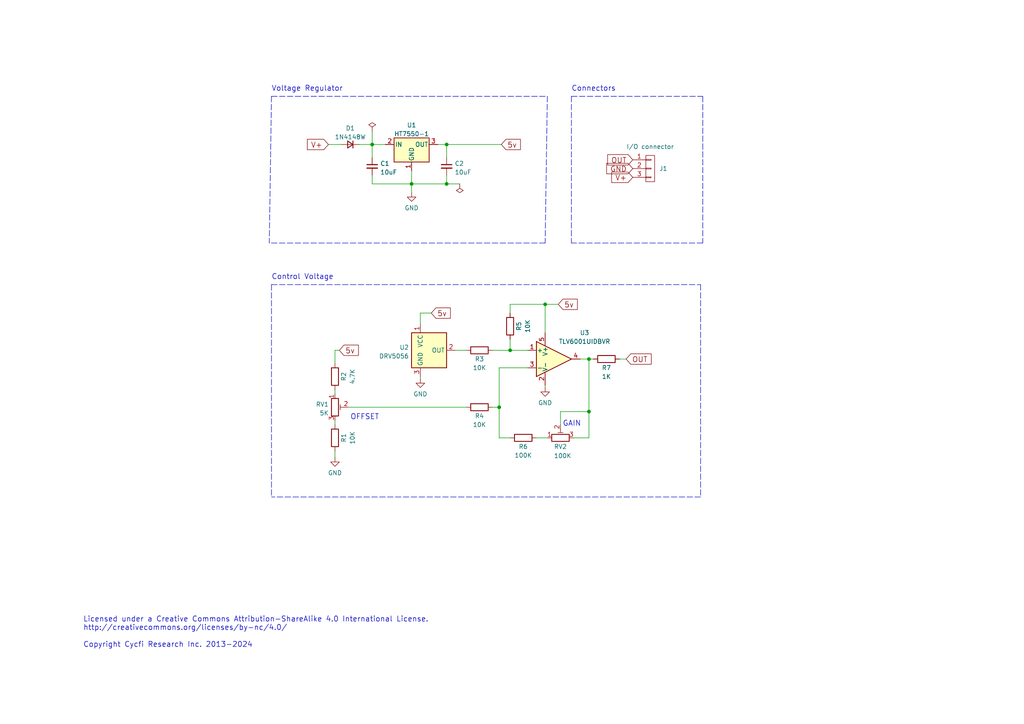
<source format=kicad_sch>
(kicad_sch (version 20231120) (generator "eeschema") (generator_version "8.0")
  (paper "A4")
  (title_block (title "E-Whammy") (date "2022-02-24") (rev "v1.0") (company "Document Number: 2024004"))
  (lib_symbols
    (symbol "Device:C_Small" (pin_numbers hide) (pin_names (offset 0.254) hide)
      (property "Reference" "C" (at 0.254 1.778 0))
      (property "Value" "C_Small" (at 0.254 -2.032 0))
      (symbol "C_Small_0_1"
        (polyline (pts (xy -1.524 -0.508) (xy 1.524 -0.508)) (stroke (width 0.3302)))
        (polyline (pts (xy -1.524 0.508) (xy 1.524 0.508)) (stroke (width 0.3048)))
      )
      (symbol "C_Small_1_1"
        (pin passive line (at 0 2.54 270) (length 2.032) (name "~") (number "1"))
        (pin passive line (at 0 -2.54 90) (length 2.032) (name "~") (number "2"))
      )
    )
    (symbol "Device:D_Small" (pin_numbers hide) (pin_names (offset 0.254) hide)
      (property "Reference" "D" (at -1.27 2.032 0))
      (property "Value" "D_Small" (at -3.81 -2.032 0))
      (symbol "D_Small_0_1"
        (polyline (pts (xy -0.762 -1.016) (xy -0.762 1.016)) (stroke (width 0.254)))
        (polyline (pts (xy -0.762 0) (xy 0.762 0)))
        (polyline (pts (xy 0.762 -1.016) (xy -0.762 0) (xy 0.762 1.016) (xy 0.762 -1.016)) (stroke (width 0.254)))
      )
      (symbol "D_Small_1_1"
        (pin passive line (at -2.54 0 0) (length 1.778) (name "K") (number "1"))
        (pin passive line (at 2.54 0 180) (length 1.778) (name "A") (number "2"))
      )
    )
    (symbol "Device:R" (pin_numbers hide) (pin_names (offset 0))
      (property "Reference" "R" (at 2.032 0 90))
      (property "Value" "R" (at 0 0 90))
      (symbol "R_0_1"
        (rectangle (start -1.016 -2.54) (end 1.016 2.54) (stroke (width 0.254)))
      )
      (symbol "R_1_1"
        (pin passive line (at 0 3.81 270) (length 1.27) (name "~") (number "1"))
        (pin passive line (at 0 -3.81 90) (length 1.27) (name "~") (number "2"))
      )
    )
    (symbol "Device:R_Potentiometer_Trim" (pin_names (offset 1.016) hide)
      (property "Reference" "RV" (at -4.445 0 90))
      (property "Value" "R_Potentiometer_Trim" (at -2.54 0 90))
      (symbol "R_Potentiometer_Trim_0_1"
        (polyline (pts (xy 1.524 0.762) (xy 1.524 -0.762)))
        (polyline (pts (xy 2.54 0) (xy 1.524 0)))
        (rectangle (start 1.016 2.54) (end -1.016 -2.54) (stroke (width 0.254)))
      )
      (symbol "R_Potentiometer_Trim_1_1"
        (pin passive line (at 0 3.81 270) (length 1.27) (name "1") (number "1"))
        (pin passive line (at 3.81 0 180) (length 1.27) (name "2") (number "2"))
        (pin passive line (at 0 -3.81 90) (length 1.27) (name "3") (number "3"))
      )
    )
    (symbol "cycfi_library:DRV5056"
      (property "Reference" "U" (at 0 6.35 0))
      (property "Value" "DRV5056" (at 2.54 -6.35 0))
      (symbol "DRV5056_0_1"
        (rectangle (start -5.08 5.08) (end 5.08 -5.08) (stroke (width 0.254)) (fill (type background)))
      )
      (symbol "DRV5056_1_1"
        (pin power_in line (at -2.54 7.62 270) (length 2.54) (name "VCC") (number "1"))
        (pin power_out line (at 7.62 0 180) (length 2.54) (name "OUT") (number "2"))
        (pin power_in line (at -2.54 -7.62 90) (length 2.54) (name "GND") (number "3"))
      )
    )
    (symbol "cycfi_library:conn_1x3" (pin_names (offset 1.016) hide)
      (property "Reference" "J" (at 0 5.08 0))
      (property "Value" "conn_1x3" (at 2.54 0 90))
      (symbol "conn_1x3_0_1"
        (rectangle (start -1.27 -2.413) (end 0.254 -2.667))
        (rectangle (start -1.27 0.127) (end 0.254 -0.127))
        (rectangle (start -1.27 2.667) (end 0.254 2.413))
        (rectangle (start -1.27 3.81) (end 1.27 -3.81))
      )
      (symbol "conn_1x3_1_1"
        (pin passive line (at -5.08 2.54 0) (length 3.81) (name "P1") (number "1"))
        (pin passive line (at -5.08 0 0) (length 3.81) (name "P2") (number "2"))
        (pin passive line (at -5.08 -2.54 0) (length 3.81) (name "P3") (number "3"))
      )
    )
    (symbol "cycfi_library:opamp_dbv2" (pin_names (offset 0.127))
      (property "Reference" "U" (at -1.27 6.35 0))
      (property "Value" "opamp_dbv2" (at -1.27 3.81 0))
      (symbol "opamp_dbv2_0_1"
        (polyline (pts (xy -5.08 5.08) (xy 5.08 0) (xy -5.08 -5.08) (xy -5.08 5.08)) (stroke (width 0.254)) (fill (type background)))
        (pin power_in line (at -2.54 -7.62 90) (length 3.81) (name "V-") (number "2"))
        (pin power_in line (at -2.54 7.62 270) (length 3.81) (name "V+") (number "5"))
      )
      (symbol "opamp_dbv2_1_1"
        (pin input line (at -7.62 2.54 0) (length 2.54) (name "+") (number "1"))
        (pin input line (at -7.62 -2.54 0) (length 2.54) (name "-") (number "3"))
        (pin output line (at 7.62 0 180) (length 2.54) (name "~") (number "4"))
      )
    )
    (symbol "cycfi_library:sot89-3-gio" (pin_names (offset 0.254))
      (property "Reference" "U" (at -3.81 3.175 0))
      (property "Value" "sot89-3-gio" (at -0.635 3.175 0))
      (symbol "sot89-3-gio_0_1"
        (rectangle (start -5.08 1.905) (end 5.08 -5.08) (stroke (width 0.254)) (fill (type background)))
      )
      (symbol "sot89-3-gio_1_1"
        (pin power_in line (at 0 -7.62 90) (length 2.54) (name "GND") (number "1"))
        (pin power_in line (at -7.62 0 0) (length 2.54) (name "IN") (number "2"))
        (pin power_out line (at 7.62 0 180) (length 2.54) (name "OUT") (number "3"))
      )
    )
    (symbol "power:GND" (power) (pin_names (offset 0))
      (property "Value" "GND" (at 0 -3.81 0))
      (symbol "GND_0_1"
        (polyline (pts (xy 0 0) (xy 0 -1.27) (xy 1.27 -1.27) (xy 0 -2.54) (xy -1.27 -1.27) (xy 0 -1.27)))
      )
      (symbol "GND_1_1"
        (pin power_in line (at 0 0 270) (length 0) hide (name "GND") (number "1"))
      )
    )
    (symbol "power:PWR_FLAG" (power) (pin_numbers hide) (pin_names (offset 0) hide)
      (property "Value" "PWR_FLAG" (at 0 3.81 0))
      (symbol "PWR_FLAG_0_0"
        (pin power_out line (at 0 0 90) (length 0) (name "pwr") (number "1"))
      )
      (symbol "PWR_FLAG_0_1"
        (polyline (pts (xy 0 0) (xy 0 1.27) (xy -1.016 1.905) (xy 0 2.54) (xy 1.016 1.905) (xy 0 1.27)))
      )
    )
  )
  (junction (at 144.78 118.11))
  (junction (at 119.38 53.34))
  (junction (at 129.54 41.91))
  (junction (at 170.815 119.38))
  (junction (at 147.955 101.6))
  (junction (at 107.95 41.91))
  (junction (at 170.815 104.14))
  (junction (at 158.115 88.265))
  (junction (at 129.54 53.34))
  (polyline (pts (xy 78.74 82.55) (xy 78.74 144.145)) (stroke (width 0) (type dash)))
  (wire (pts (xy 147.955 98.425) (xy 147.955 101.6)))
  (wire (pts (xy 107.95 41.91) (xy 111.76 41.91)))
  (wire (pts (xy 129.54 41.91) (xy 145.415 41.91)))
  (wire (pts (xy 142.875 118.11) (xy 144.78 118.11)))
  (wire (pts (xy 97.155 113.03) (xy 97.155 114.3)))
  (wire (pts (xy 147.955 90.805) (xy 147.955 88.265)))
  (polyline (pts (xy 165.735 27.94) (xy 203.835 27.94)) (stroke (width 0) (type dash)))
  (wire (pts (xy 97.155 121.92) (xy 97.155 123.19)))
  (wire (pts (xy 144.78 106.68) (xy 144.78 118.11)))
  (polyline (pts (xy 158.115 70.485) (xy 78.105 70.485)) (stroke (width 0) (type dash)))
  (wire (pts (xy 129.54 53.34) (xy 133.35 53.34)))
  (wire (pts (xy 166.37 127) (xy 170.815 127)))
  (wire (pts (xy 129.54 41.91) (xy 129.54 45.72)))
  (polyline (pts (xy 78.74 82.55) (xy 203.2 82.55)) (stroke (width 0) (type dash)))
  (wire (pts (xy 129.54 50.8) (xy 129.54 53.34)))
  (wire (pts (xy 158.115 111.76) (xy 158.115 112.395)))
  (wire (pts (xy 129.54 53.34) (xy 119.38 53.34)))
  (wire (pts (xy 162.56 119.38) (xy 170.815 119.38)))
  (polyline (pts (xy 78.74 27.94) (xy 78.105 70.485)) (stroke (width 0) (type dash)))
  (wire (pts (xy 147.955 127) (xy 144.78 127)))
  (wire (pts (xy 155.575 127) (xy 158.75 127)))
  (wire (pts (xy 107.95 38.1) (xy 107.95 41.91)))
  (wire (pts (xy 127 41.91) (xy 129.54 41.91)))
  (wire (pts (xy 147.955 88.265) (xy 158.115 88.265)))
  (polyline (pts (xy 78.74 27.94) (xy 158.75 27.94)) (stroke (width 0) (type dash)))
  (wire (pts (xy 119.38 55.88) (xy 119.38 53.34)))
  (polyline (pts (xy 203.2 82.55) (xy 203.2 144.145)) (stroke (width 0) (type dash)))
  (wire (pts (xy 97.155 130.81) (xy 97.155 132.715)))
  (wire (pts (xy 132.08 101.6) (xy 135.255 101.6)))
  (wire (pts (xy 97.155 101.6) (xy 98.425 101.6)))
  (wire (pts (xy 161.925 88.265) (xy 158.115 88.265)))
  (wire (pts (xy 158.115 88.265) (xy 158.115 96.52)))
  (wire (pts (xy 179.705 104.14) (xy 181.61 104.14)))
  (polyline (pts (xy 203.835 70.485) (xy 165.735 70.485)) (stroke (width 0) (type dash)))
  (wire (pts (xy 147.955 101.6) (xy 153.035 101.6)))
  (wire (pts (xy 104.14 41.91) (xy 107.95 41.91)))
  (wire (pts (xy 97.155 105.41) (xy 97.155 101.6)))
  (wire (pts (xy 95.25 41.91) (xy 99.06 41.91)))
  (wire (pts (xy 121.92 90.805) (xy 125.095 90.805)))
  (polyline (pts (xy 203.2 144.145) (xy 78.74 144.145)) (stroke (width 0) (type dash)))
  (wire (pts (xy 170.815 104.14) (xy 170.815 119.38)))
  (wire (pts (xy 121.92 93.98) (xy 121.92 90.805)))
  (wire (pts (xy 162.56 123.19) (xy 162.56 119.38)))
  (polyline (pts (xy 158.75 27.94) (xy 158.115 70.485)) (stroke (width 0) (type dash)))
  (wire (pts (xy 170.815 104.14) (xy 172.085 104.14)))
  (wire (pts (xy 142.875 101.6) (xy 147.955 101.6)))
  (wire (pts (xy 121.92 109.22) (xy 121.92 109.855)))
  (wire (pts (xy 170.815 119.38) (xy 170.815 127)))
  (wire (pts (xy 153.035 106.68) (xy 144.78 106.68)))
  (wire (pts (xy 107.95 41.91) (xy 107.95 45.72)))
  (polyline (pts (xy 165.735 27.94) (xy 165.735 70.485)) (stroke (width 0) (type dash)))
  (polyline (pts (xy 203.835 27.94) (xy 203.835 70.485)) (stroke (width 0) (type dash)))
  (wire (pts (xy 107.95 50.8) (xy 107.95 53.34)))
  (wire (pts (xy 168.275 104.14) (xy 170.815 104.14)))
  (wire (pts (xy 119.38 49.53) (xy 119.38 53.34)))
  (wire (pts (xy 144.78 127) (xy 144.78 118.11)))
  (wire (pts (xy 107.95 53.34) (xy 119.38 53.34)))
  (wire (pts (xy 100.965 118.11) (xy 135.255 118.11)))
  (text "Connectors" (at 165.735 26.67 0) (effects (font (size 1.524 1.524)) (justify left bottom)))
  (text "GAIN" (at 163.195 123.825 0) (effects (font (size 1.524 1.524)) (justify left bottom)))
  (text "OFFSET" (at 101.6 121.92 0) (effects (font (size 1.524 1.524)) (justify left bottom)))
  (text "Licensed under a Creative Commons Attribution-ShareAlike 4.0 International License. \nhttp://creativecommons.org/licenses/by-nc/4.0/\n\nCopyright Cycfi Research Inc. 2013-2024" (at 24.13 187.96 0) (effects (font (size 1.524 1.524)) (justify left bottom)))
  (text "Voltage Regulator" (at 78.74 26.67 0) (effects (font (size 1.524 1.524)) (justify left bottom)))
  (text "Control Voltage" (at 78.74 81.28 0) (effects (font (size 1.524 1.524)) (justify left bottom)))
  (global_label "OUT" (shape input) (at 183.515 46.355 180) (effects (font (size 1.524 1.524))) (property "Intersheetrefs" "${INTERSHEET_REFS}" (effects (hide yes))))
  (global_label "V+" (shape input) (at 183.515 51.435 180) (effects (font (size 1.524 1.524))) (property "Intersheetrefs" "${INTERSHEET_REFS}" (effects (hide yes))))
  (global_label "5v" (shape input) (at 125.095 90.805 0) (effects (font (size 1.524 1.524))) (property "Intersheetrefs" "${INTERSHEET_REFS}" (effects (hide yes))))
  (global_label "5v" (shape input) (at 161.925 88.265 0) (effects (font (size 1.524 1.524))) (property "Intersheetrefs" "${INTERSHEET_REFS}" (effects (hide yes))))
  (global_label "5v" (shape input) (at 98.425 101.6 0) (effects (font (size 1.524 1.524))) (property "Intersheetrefs" "${INTERSHEET_REFS}" (effects (hide yes))))
  (global_label "5v" (shape input) (at 145.415 41.91 0) (effects (font (size 1.524 1.524))) (property "Intersheetrefs" "${INTERSHEET_REFS}" (effects (hide yes))))
  (global_label "OUT" (shape input) (at 181.61 104.14 0) (effects (font (size 1.524 1.524))) (property "Intersheetrefs" "${INTERSHEET_REFS}" (effects (hide yes))))
  (global_label "GND" (shape input) (at 183.515 48.895 180) (effects (font (size 1.524 1.524))) (property "Intersheetrefs" "${INTERSHEET_REFS}" (effects (hide yes))))
  (global_label "V+" (shape input) (at 95.25 41.91 180) (effects (font (size 1.524 1.524))) (property "Intersheetrefs" "${INTERSHEET_REFS}" (effects (hide yes))))
  (symbol (lib_id "Device:R") (at 139.065 101.6 90) (unit 1)
    (property "Reference" "R3" (at 139.065 104.1431 90))
    (property "Value" "10K" (at 139.065 106.68 90))
    (property "Footprint" "Resistor_SMD:R_0402_1005Metric" (effects (hide yes)))
    (property "LCSC" "C25744" (effects (hide yes)))
  )
  (symbol (lib_id "Device:D_Small") (at 101.6 41.91 180) (unit 1)
    (property "Reference" "D1" (at 101.6 37.1942 0))
    (property "Value" "1N4148W" (at 101.6 39.7311 0))
    (property "Footprint" "Diode_SMD:D_SOD-123" (effects (hide yes)))
    (property "LCSC" "C81598" (effects (hide yes)))
  )
  (symbol (lib_id "power:GND") (at 119.38 55.88 0) (unit 1)
    (property "Reference" "#PWR02" (effects (hide yes)))
    (property "Value" "GND" (at 119.38 60.3234 0))
  )
  (symbol (lib_id "power:GND") (at 158.115 112.395 0) (unit 1)
    (property "Reference" "#PWR04" (effects (hide yes)))
    (property "Value" "GND" (at 158.115 116.8384 0))
  )
  (symbol (lib_id "power:GND") (at 121.92 109.855 0) (unit 1)
    (property "Reference" "#PWR03" (effects (hide yes)))
    (property "Value" "GND" (at 121.92 114.2984 0))
  )
  (symbol (lib_id "Device:R") (at 175.895 104.14 90) (unit 1)
    (property "Reference" "R7" (at 175.895 106.6831 90))
    (property "Value" "1K" (at 175.895 109.22 90))
    (property "Footprint" "Resistor_SMD:R_0402_1005Metric" (effects (hide yes)))
    (property "LCSC" "C11702" (effects (hide yes)))
  )
  (symbol (lib_id "power:PWR_FLAG") (at 133.35 53.34 180) (unit 1)
    (property "Reference" "#FLG02" (effects (hide yes)))
    (property "Value" "PWR_FLAG" (effects (hide yes)))
  )
  (symbol (lib_id "Device:R") (at 97.155 127 180) (unit 1)
    (property "Reference" "R1" (at 99.6981 127 90))
    (property "Value" "10K" (at 102.235 127 90))
    (property "Footprint" "Resistor_SMD:R_0402_1005Metric" (effects (hide yes)))
    (property "LCSC" "C25744" (effects (hide yes)))
  )
  (symbol (lib_id "Device:C_Small") (at 107.95 48.26 0) (unit 1)
    (property "Reference" "C1" (at 110.2741 47.4316 0) (effects (justify left)))
    (property "Value" "10uF" (at 110.2741 49.9685 0) (effects (justify left)))
    (property "Footprint" "Capacitor_SMD:C_0805_2012Metric" (effects (hide yes)))
    (property "LCSC" "C15850" (effects (hide yes)))
  )
  (symbol (lib_id "Device:R_Potentiometer_Trim") (at 97.155 118.11 0) (unit 1)
    (property "Reference" "RV1" (at 95.3771 117.2753 0) (effects (justify right)))
    (property "Value" "5K" (at 95.3771 119.8122 0) (effects (justify right)))
    (property "Footprint" "cycfi_library:TC33X-2" (effects (hide yes)))
    (property "LCSC" "C719177" (effects (hide yes)))
    (property "JLCPCB_CORRECTION" "0;0;270" (effects (hide yes)))
  )
  (symbol (lib_id "Device:C_Small") (at 129.54 48.26 0) (unit 1)
    (property "Reference" "C2" (at 131.8641 47.4316 0) (effects (justify left)))
    (property "Value" "10uF" (at 131.8641 49.9685 0) (effects (justify left)))
    (property "Footprint" "Capacitor_SMD:C_0805_2012Metric" (effects (hide yes)))
    (property "LCSC" "C15850" (effects (hide yes)))
  )
  (symbol (lib_id "Device:R_Potentiometer_Trim") (at 162.56 127 90) (unit 1)
    (property "Reference" "RV2" (at 162.56 129.54 90))
    (property "Value" "100K" (at 163.195 132.2086 90))
    (property "Footprint" "cycfi_library:TC33X-2" (effects (hide yes)))
    (property "LCSC" "C719186" (effects (hide yes)))
  )
  (symbol (lib_id "cycfi_library:sot89-3-gio") (at 119.38 41.91 0) (unit 1)
    (property "Reference" "U1" (at 119.38 36.3052 0))
    (property "Value" "HT7550-1" (at 119.38 38.8421 0))
    (property "Footprint" "Package_TO_SOT_SMD:SOT-89-3" (effects (hide yes)))
    (property "LCSC" "C16106" (effects (hide yes)))
    (property "JLCPCB_CORRECTION" "0;0;180" (effects (hide yes)))
  )
  (symbol (lib_id "Device:R") (at 147.955 94.615 180) (unit 1)
    (property "Reference" "R5" (at 150.4981 94.615 90))
    (property "Value" "10K" (at 153.035 94.615 90))
    (property "Footprint" "Resistor_SMD:R_0402_1005Metric" (effects (hide yes)))
    (property "LCSC" "C25744" (effects (hide yes)))
  )
  (symbol (lib_id "Device:R") (at 151.765 127 90) (unit 1)
    (property "Reference" "R6" (at 151.765 129.5431 90))
    (property "Value" "100K" (at 151.765 132.08 90))
    (property "Footprint" "Resistor_SMD:R_0402_1005Metric" (effects (hide yes)))
    (property "LCSC" "C25741" (effects (hide yes)))
  )
  (symbol (lib_id "Device:R") (at 139.065 118.11 90) (unit 1)
    (property "Reference" "R4" (at 139.065 120.6531 90))
    (property "Value" "10K" (at 139.065 123.19 90))
    (property "Footprint" "Resistor_SMD:R_0402_1005Metric" (effects (hide yes)))
    (property "LCSC" "C25744" (effects (hide yes)))
  )
  (symbol (lib_id "power:PWR_FLAG") (at 107.95 38.1 0) (unit 1)
    (property "Reference" "#FLG01" (effects (hide yes)))
    (property "Value" "PWR_FLAG" (effects (hide yes)))
  )
  (symbol (lib_id "cycfi_library:conn_1x3") (at 188.595 48.895 0) (unit 1)
    (property "Reference" "J1" (at 192.405 48.895 0))
    (property "Value" "I/O connector" (at 188.595 42.5419 0))
    (property "Footprint" "Connector_PinHeader_2.54mm:PinHeader_1x03_P2.54mm_Vertical" (effects (hide yes)))
    (property "LCSC" "C6332196" (effects (hide yes)))
    (property "JLCPCB_CORRECTION" "0;0;90" (effects (hide yes)))
  )
  (symbol (lib_id "Device:R") (at 97.155 109.22 180) (unit 1)
    (property "Reference" "R2" (at 99.6981 109.22 90))
    (property "Value" "4.7K" (at 102.235 109.22 90))
    (property "Footprint" "Resistor_SMD:R_0402_1005Metric" (effects (hide yes)))
    (property "LCSC" "C25900" (effects (hide yes)))
  )
  (symbol (lib_id "cycfi_library:DRV5056") (at 124.46 101.6 0) (unit 1)
    (property "Reference" "U2" (at 118.6181 100.7653 0) (effects (justify right)))
    (property "Value" "DRV5056" (at 118.6181 103.3022 0) (effects (justify right)))
    (property "Footprint" "Package_TO_SOT_SMD:SOT-23" (effects (hide yes)))
    (property "Datasheet" "https://www.ti.com/lit/ds/symlink/drv5056.pdf" (effects (hide yes)))
    (property "LCSC" "C2866615" (effects (hide yes)))
    (property "JLCPCB_CORRECTION" "0;0;180" (effects (hide yes)))
  )
  (symbol (lib_id "cycfi_library:opamp_dbv2") (at 160.655 104.14 0) (unit 1)
    (property "Reference" "U3" (at 169.545 96.52 0))
    (property "Value" "TLV6001UIDBVR" (at 169.545 99.0569 0))
    (property "Footprint" "Package_TO_SOT_SMD:SOT-23-5" (effects (hide yes)))
    (property "Datasheet" "https://www.ti.com/lit/ds/symlink/tlv6001.pdf" (effects (hide yes)))
    (property "LCSC" "C544299" (effects (hide yes)))
    (property "JLCPCB_CORRECTION" "0;0;180" (effects (hide yes)))
  )
  (symbol (lib_id "power:GND") (at 97.155 132.715 0) (unit 1)
    (property "Reference" "#PWR01" (effects (hide yes)))
    (property "Value" "GND" (at 97.155 137.1584 0))
  )
)
</source>
